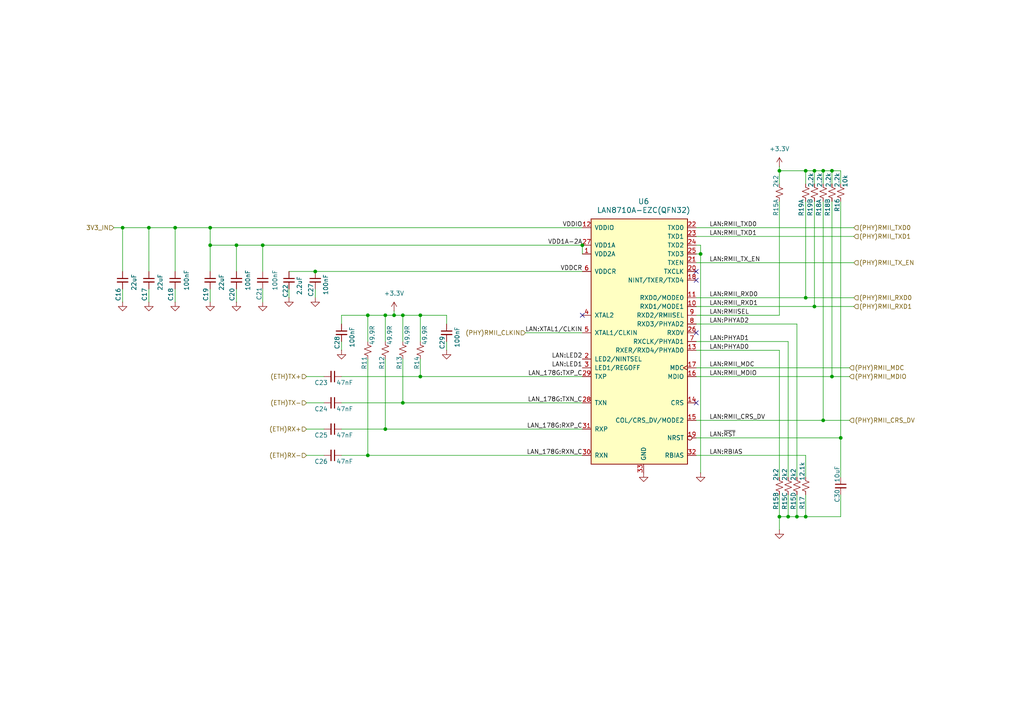
<source format=kicad_sch>
(kicad_sch (version 20231120) (generator "eeschema") (generator_version "8.0")
  (paper "A4")
  (lib_symbols
    (symbol "Device:C_Small" (pin_numbers hide) (pin_names (offset 0.254) hide)
      (property "Reference" "C" (at 0.254 1.778 0))
      (property "Value" "C_Small" (at 0.254 -2.032 0))
      (symbol "C_Small_0_1"
        (polyline (pts (xy -1.524 -0.508) (xy 1.524 -0.508)) (stroke (width 0.3302)))
        (polyline (pts (xy -1.524 0.508) (xy 1.524 0.508)) (stroke (width 0.3048)))
      )
      (symbol "C_Small_1_1"
        (pin passive line (at 0 2.54 270) (length 2.032) (name "~") (number "1"))
        (pin passive line (at 0 -2.54 90) (length 2.032) (name "~") (number "2"))
      )
    )
    (symbol "Device:R_Small_US" (pin_numbers hide) (pin_names (offset 0.254) hide)
      (property "Reference" "R" (at 0.762 0.508 0))
      (property "Value" "R_Small_US" (at 0.762 -1.016 0))
      (symbol "R_Small_US_1_1"
        (polyline (pts (xy 0 0) (xy 1.016 -0.381) (xy 0 -0.762) (xy -1.016 -1.143) (xy 0 -1.524)))
        (polyline (pts (xy 0 1.524) (xy 1.016 1.143) (xy 0 0.762) (xy -1.016 0.381) (xy 0 0)))
        (pin passive line (at 0 2.54 270) (length 1.016) (name "~") (number "1"))
        (pin passive line (at 0 -2.54 90) (length 1.016) (name "~") (number "2"))
      )
    )
    (symbol "ESP32-EVB_Rev_K1:LAN8710A-EZC(QFN32)" (pin_names (offset 1.016))
      (property "Reference" "U6" (at 0 40.64 0))
      (property "Value" "LAN8710A-EZC(QFN32)" (at 0 38.1 0))
      (symbol "LAN8710A-EZC(QFN32)_0_1"
        (rectangle (start -15.24 35.56) (end 12.7 -35.56) (stroke (width 0.254)) (fill (type background)))
      )
      (symbol "LAN8710A-EZC(QFN32)_1_1"
        (pin power_in line (at -17.78 25.4 0) (length 2.4892) (name "VDD2A") (number "1"))
        (pin bidirectional line (at 15.24 10.16 180) (length 2.4892) (name "RXD1/MODE1") (number "10"))
        (pin bidirectional line (at 15.24 12.7 180) (length 2.4892) (name "RXD0/MODE0") (number "11"))
        (pin power_in line (at -17.78 33.02 0) (length 2.4892) (name "VDDIO") (number "12"))
        (pin bidirectional line (at 15.24 -2.54 180) (length 2.4892) (name "RXER/RXD4/PHYAD0") (number "13"))
        (pin output line (at 15.24 -17.78 180) (length 2.4892) (name "CRS") (number "14"))
        (pin bidirectional line (at 15.24 -22.86 180) (length 2.4892) (name "COL/CRS_DV/MODE2") (number "15"))
        (pin bidirectional line (at 15.24 -10.16 180) (length 2.4892) (name "MDIO") (number "16"))
        (pin input clock (at 15.24 -7.62 180) (length 2.4892) (name "MDC") (number "17"))
        (pin bidirectional line (at 15.24 17.78 180) (length 2.4892) (name "NINT/TXER/TXD4") (number "18"))
        (pin input inverted (at 15.24 -27.94 180) (length 2.4892) (name "NRST") (number "19"))
        (pin bidirectional line (at -17.78 -5.08 0) (length 2.4892) (name "LED2/NINTSEL") (number "2"))
        (pin output line (at 15.24 20.32 180) (length 2.4892) (name "TXCLK") (number "20"))
        (pin input line (at 15.24 22.86 180) (length 2.4892) (name "TXEN") (number "21"))
        (pin input line (at 15.24 33.02 180) (length 2.4892) (name "TXD0") (number "22"))
        (pin input line (at 15.24 30.48 180) (length 2.4892) (name "TXD1") (number "23"))
        (pin input line (at 15.24 27.94 180) (length 2.4892) (name "TXD2") (number "24"))
        (pin input line (at 15.24 25.4 180) (length 2.4892) (name "TXD3") (number "25"))
        (pin output line (at 15.24 2.54 180) (length 2.4892) (name "RXDV") (number "26"))
        (pin power_in line (at -17.78 27.94 0) (length 2.4892) (name "VDD1A") (number "27"))
        (pin output line (at -17.78 -17.78 0) (length 2.4892) (name "TXN") (number "28"))
        (pin output line (at -17.78 -10.16 0) (length 2.4892) (name "TXP") (number "29"))
        (pin bidirectional line (at -17.78 -7.62 0) (length 2.4892) (name "LED1/REGOFF") (number "3"))
        (pin input line (at -17.78 -33.02 0) (length 2.4892) (name "RXN") (number "30"))
        (pin input line (at -17.78 -25.4 0) (length 2.4892) (name "RXP") (number "31"))
        (pin input line (at 15.24 -33.02 180) (length 2.4892) (name "RBIAS") (number "32"))
        (pin power_in line (at 0 -38.1 90) (length 2.4892) (name "GND") (number "33"))
        (pin output line (at -17.78 7.62 0) (length 2.4892) (name "XTAL2") (number "4"))
        (pin input line (at -17.78 2.54 0) (length 2.4892) (name "XTAL1/CLKIN") (number "5"))
        (pin power_in line (at -17.78 20.32 0) (length 2.4892) (name "VDDCR") (number "6"))
        (pin bidirectional line (at 15.24 0 180) (length 2.4892) (name "RXCLK/PHYAD1") (number "7"))
        (pin bidirectional line (at 15.24 5.08 180) (length 2.4892) (name "RXD3/PHYAD2") (number "8"))
        (pin bidirectional line (at 15.24 7.62 180) (length 2.4892) (name "RXD2/RMIISEL") (number "9"))
      )
    )
    (symbol "power:+3.3V" (power) (pin_numbers hide) (pin_names (offset 0) hide)
      (property "Value" "+3.3V" (at 0 3.556 0))
      (symbol "+3.3V_0_1"
        (polyline (pts (xy -0.762 1.27) (xy 0 2.54)))
        (polyline (pts (xy 0 0) (xy 0 2.54)))
        (polyline (pts (xy 0 2.54) (xy 0.762 1.27)))
      )
      (symbol "+3.3V_1_1"
        (pin power_in line (at 0 0 90) (length 0) (name "~") (number "1"))
      )
    )
    (symbol "power:GND" (power) (pin_numbers hide) (pin_names (offset 0) hide)
      (property "Value" "GND" (at 0 -3.81 0))
      (symbol "GND_0_1"
        (polyline (pts (xy 0 0) (xy 0 -1.27) (xy 1.27 -1.27) (xy 0 -2.54) (xy -1.27 -1.27) (xy 0 -1.27)))
      )
      (symbol "GND_1_1"
        (pin power_in line (at 0 0 270) (length 0) (name "~") (number "1"))
      )
    )
    (symbol "tlmModule:R_Pack_2_US" (pin_numbers hide) (pin_names (offset 0.254) hide)
      (property "Reference" "R" (at 0.762 0.508 0))
      (property "Value" "R_Pack_2_US" (at 0.762 -1.016 0))
      (symbol "R_Pack_2_US_1_1"
        (polyline (pts (xy 0 0) (xy 1.016 -0.381) (xy 0 -0.762) (xy -1.016 -1.143) (xy 0 -1.524)))
        (polyline (pts (xy 0 1.524) (xy 1.016 1.143) (xy 0 0.762) (xy -1.016 0.381) (xy 0 0)))
        (pin passive line (at 0 2.54 270) (length 1.016) (name "~") (number "1"))
        (pin passive line (at 0 -2.54 90) (length 1.016) (name "~") (number "2"))
      )
      (symbol "R_Pack_2_US_2_1"
        (polyline (pts (xy 0 0) (xy 1.016 -0.381) (xy 0 -0.762) (xy -1.016 -1.143) (xy 0 -1.524)))
        (polyline (pts (xy 0 1.524) (xy 1.016 1.143) (xy 0 0.762) (xy -1.016 0.381) (xy 0 0)))
        (pin passive line (at 0 2.54 270) (length 1.016) (name "~") (number "3"))
        (pin passive line (at 0 -2.54 90) (length 1.016) (name "~") (number "4"))
      )
    )
    (symbol "tlmModule:R_Pack_4_US" (pin_numbers hide) (pin_names (offset 0.254) hide)
      (property "Reference" "R" (at 0.762 0.508 0))
      (property "Value" "R_Pack_4_US" (at 0.762 -1.016 0))
      (symbol "R_Pack_4_US_1_1"
        (polyline (pts (xy 0 0) (xy 1.016 -0.381) (xy 0 -0.762) (xy -1.016 -1.143) (xy 0 -1.524)))
        (polyline (pts (xy 0 1.524) (xy 1.016 1.143) (xy 0 0.762) (xy -1.016 0.381) (xy 0 0)))
        (pin passive line (at 0 2.54 270) (length 1.016) (name "~") (number "1"))
        (pin passive line (at 0 -2.54 90) (length 1.016) (name "~") (number "2"))
      )
      (symbol "R_Pack_4_US_2_1"
        (polyline (pts (xy 0 0) (xy 1.016 -0.381) (xy 0 -0.762) (xy -1.016 -1.143) (xy 0 -1.524)))
        (polyline (pts (xy 0 1.524) (xy 1.016 1.143) (xy 0 0.762) (xy -1.016 0.381) (xy 0 0)))
        (pin passive line (at 0 2.54 270) (length 1.016) (name "~") (number "3"))
        (pin passive line (at 0 -2.54 90) (length 1.016) (name "~") (number "4"))
      )
      (symbol "R_Pack_4_US_3_1"
        (polyline (pts (xy 0 0) (xy 1.016 -0.381) (xy 0 -0.762) (xy -1.016 -1.143) (xy 0 -1.524)))
        (polyline (pts (xy 0 1.524) (xy 1.016 1.143) (xy 0 0.762) (xy -1.016 0.381) (xy 0 0)))
        (pin passive line (at 0 2.54 270) (length 1.016) (name "~") (number "5"))
        (pin passive line (at 0 -2.54 90) (length 1.016) (name "~") (number "6"))
      )
      (symbol "R_Pack_4_US_4_1"
        (polyline (pts (xy 0 0) (xy 1.016 -0.381) (xy 0 -0.762) (xy -1.016 -1.143) (xy 0 -1.524)))
        (polyline (pts (xy 0 1.524) (xy 1.016 1.143) (xy 0 0.762) (xy -1.016 0.381) (xy 0 0)))
        (pin passive line (at 0 2.54 270) (length 1.016) (name "~") (number "7"))
        (pin passive line (at 0 -2.54 90) (length 1.016) (name "~") (number "8"))
      )
    )
  )
  (junction (at 236.22 49.53))
  (junction (at 121.92 109.22))
  (junction (at 228.6 149.86))
  (junction (at 91.44 78.74))
  (junction (at 106.68 91.44))
  (junction (at 116.84 116.84))
  (junction (at 241.3 49.53))
  (junction (at 231.14 149.86))
  (junction (at 226.06 149.86))
  (junction (at 233.68 86.36))
  (junction (at 106.68 132.08))
  (junction (at 60.96 71.12))
  (junction (at 114.3 91.44))
  (junction (at 111.76 124.46))
  (junction (at 121.92 91.44))
  (junction (at 238.76 49.53))
  (junction (at 111.76 91.44))
  (junction (at 116.84 91.44))
  (junction (at 60.96 66.04))
  (junction (at 243.84 127))
  (junction (at 168.91 71.12))
  (junction (at 35.56 66.04))
  (junction (at 50.8 66.04))
  (junction (at 236.22 88.9))
  (junction (at 76.2 71.12))
  (junction (at 43.18 66.04))
  (junction (at 233.68 149.86))
  (junction (at 241.3 109.22))
  (junction (at 233.68 49.53))
  (junction (at 68.58 71.12))
  (junction (at 203.2 73.66))
  (junction (at 238.76 121.92))
  (junction (at 226.06 49.53))
  (no_connect (at 201.93 81.28))
  (no_connect (at 201.93 96.52))
  (no_connect (at 201.93 116.84))
  (no_connect (at 201.93 78.74))
  (no_connect (at 168.91 91.44))
  (wire (pts (xy 201.93 66.04) (xy 247.65 66.04)))
  (wire (pts (xy 236.22 88.9) (xy 247.65 88.9)))
  (wire (pts (xy 50.8 66.04) (xy 60.96 66.04)))
  (wire (pts (xy 243.84 149.86) (xy 233.68 149.86)))
  (wire (pts (xy 233.68 132.08) (xy 233.68 138.43)))
  (wire (pts (xy 201.93 76.2) (xy 247.65 76.2)))
  (wire (pts (xy 201.93 88.9) (xy 236.22 88.9)))
  (wire (pts (xy 233.68 53.34) (xy 233.68 49.53)))
  (wire (pts (xy 43.18 87.63) (xy 43.18 83.82)))
  (wire (pts (xy 60.96 66.04) (xy 168.91 66.04)))
  (wire (pts (xy 50.8 78.74) (xy 50.8 66.04)))
  (wire (pts (xy 233.68 86.36) (xy 247.65 86.36)))
  (wire (pts (xy 201.93 101.6) (xy 226.06 101.6)))
  (wire (pts (xy 99.06 109.22) (xy 121.92 109.22)))
  (wire (pts (xy 201.93 91.44) (xy 226.06 91.44)))
  (wire (pts (xy 231.14 138.43) (xy 231.14 93.98)))
  (wire (pts (xy 226.06 149.86) (xy 226.06 143.51)))
  (wire (pts (xy 43.18 66.04) (xy 50.8 66.04)))
  (wire (pts (xy 106.68 132.08) (xy 168.91 132.08)))
  (wire (pts (xy 111.76 99.06) (xy 111.76 91.44)))
  (wire (pts (xy 201.93 121.92) (xy 238.76 121.92)))
  (wire (pts (xy 236.22 58.42) (xy 236.22 88.9)))
  (wire (pts (xy 203.2 71.12) (xy 203.2 73.66)))
  (wire (pts (xy 60.96 87.63) (xy 60.96 83.82)))
  (wire (pts (xy 201.93 71.12) (xy 203.2 71.12)))
  (wire (pts (xy 243.84 138.43) (xy 243.84 127)))
  (wire (pts (xy 99.06 124.46) (xy 111.76 124.46)))
  (wire (pts (xy 241.3 53.34) (xy 241.3 49.53)))
  (wire (pts (xy 241.3 49.53) (xy 238.76 49.53)))
  (wire (pts (xy 114.3 91.44) (xy 111.76 91.44)))
  (wire (pts (xy 35.56 87.63) (xy 35.56 83.82)))
  (wire (pts (xy 35.56 78.74) (xy 35.56 66.04)))
  (wire (pts (xy 99.06 132.08) (xy 106.68 132.08)))
  (wire (pts (xy 116.84 91.44) (xy 121.92 91.44)))
  (wire (pts (xy 116.84 116.84) (xy 168.91 116.84)))
  (wire (pts (xy 201.93 127) (xy 243.84 127)))
  (wire (pts (xy 60.96 71.12) (xy 68.58 71.12)))
  (wire (pts (xy 201.93 86.36) (xy 233.68 86.36)))
  (wire (pts (xy 88.9 132.08) (xy 93.98 132.08)))
  (wire (pts (xy 201.93 132.08) (xy 233.68 132.08)))
  (wire (pts (xy 121.92 99.06) (xy 121.92 91.44)))
  (wire (pts (xy 228.6 138.43) (xy 228.6 99.06)))
  (wire (pts (xy 238.76 58.42) (xy 238.76 121.92)))
  (wire (pts (xy 233.68 143.51) (xy 233.68 149.86)))
  (wire (pts (xy 50.8 87.63) (xy 50.8 83.82)))
  (wire (pts (xy 238.76 49.53) (xy 236.22 49.53)))
  (wire (pts (xy 116.84 104.14) (xy 116.84 116.84)))
  (wire (pts (xy 76.2 87.63) (xy 76.2 83.82)))
  (wire (pts (xy 243.84 53.34) (xy 243.84 49.53)))
  (wire (pts (xy 116.84 91.44) (xy 116.84 99.06)))
  (wire (pts (xy 111.76 91.44) (xy 106.68 91.44)))
  (wire (pts (xy 35.56 66.04) (xy 43.18 66.04)))
  (wire (pts (xy 99.06 101.6) (xy 99.06 99.06)))
  (wire (pts (xy 91.44 78.74) (xy 168.91 78.74)))
  (wire (pts (xy 152.4 96.52) (xy 168.91 96.52)))
  (wire (pts (xy 76.2 71.12) (xy 168.91 71.12)))
  (wire (pts (xy 60.96 78.74) (xy 60.96 71.12)))
  (wire (pts (xy 106.68 99.06) (xy 106.68 91.44)))
  (wire (pts (xy 91.44 86.36) (xy 91.44 83.82)))
  (wire (pts (xy 228.6 143.51) (xy 228.6 149.86)))
  (wire (pts (xy 226.06 153.67) (xy 226.06 149.86)))
  (wire (pts (xy 231.14 149.86) (xy 233.68 149.86)))
  (wire (pts (xy 236.22 53.34) (xy 236.22 49.53)))
  (wire (pts (xy 238.76 121.92) (xy 246.38 121.92)))
  (wire (pts (xy 76.2 78.74) (xy 76.2 71.12)))
  (wire (pts (xy 201.93 99.06) (xy 228.6 99.06)))
  (wire (pts (xy 226.06 48.26) (xy 226.06 49.53)))
  (wire (pts (xy 111.76 104.14) (xy 111.76 124.46)))
  (wire (pts (xy 106.68 104.14) (xy 106.68 132.08)))
  (wire (pts (xy 43.18 78.74) (xy 43.18 66.04)))
  (wire (pts (xy 226.06 58.42) (xy 226.06 91.44)))
  (wire (pts (xy 236.22 49.53) (xy 233.68 49.53)))
  (wire (pts (xy 203.2 73.66) (xy 203.2 137.16)))
  (wire (pts (xy 231.14 149.86) (xy 228.6 149.86)))
  (wire (pts (xy 201.93 93.98) (xy 231.14 93.98)))
  (wire (pts (xy 68.58 87.63) (xy 68.58 83.82)))
  (wire (pts (xy 201.93 106.68) (xy 246.38 106.68)))
  (wire (pts (xy 83.82 86.36) (xy 83.82 83.82)))
  (wire (pts (xy 68.58 78.74) (xy 68.58 71.12)))
  (wire (pts (xy 226.06 49.53) (xy 233.68 49.53)))
  (wire (pts (xy 168.91 73.66) (xy 168.91 71.12)))
  (wire (pts (xy 129.54 101.6) (xy 129.54 99.06)))
  (wire (pts (xy 241.3 58.42) (xy 241.3 109.22)))
  (wire (pts (xy 88.9 116.84) (xy 93.98 116.84)))
  (wire (pts (xy 243.84 58.42) (xy 243.84 127)))
  (wire (pts (xy 226.06 49.53) (xy 226.06 53.34)))
  (wire (pts (xy 111.76 124.46) (xy 168.91 124.46)))
  (wire (pts (xy 121.92 109.22) (xy 168.91 109.22)))
  (wire (pts (xy 201.93 109.22) (xy 241.3 109.22)))
  (wire (pts (xy 60.96 66.04) (xy 60.96 71.12)))
  (wire (pts (xy 228.6 149.86) (xy 226.06 149.86)))
  (wire (pts (xy 88.9 124.46) (xy 93.98 124.46)))
  (wire (pts (xy 129.54 91.44) (xy 121.92 91.44)))
  (wire (pts (xy 114.3 90.17) (xy 114.3 91.44)))
  (wire (pts (xy 241.3 109.22) (xy 246.38 109.22)))
  (wire (pts (xy 243.84 143.51) (xy 243.84 149.86)))
  (wire (pts (xy 201.93 68.58) (xy 247.65 68.58)))
  (wire (pts (xy 99.06 93.98) (xy 99.06 91.44)))
  (wire (pts (xy 243.84 49.53) (xy 241.3 49.53)))
  (wire (pts (xy 201.93 73.66) (xy 203.2 73.66)))
  (wire (pts (xy 231.14 143.51) (xy 231.14 149.86)))
  (wire (pts (xy 129.54 93.98) (xy 129.54 91.44)))
  (wire (pts (xy 114.3 91.44) (xy 116.84 91.44)))
  (wire (pts (xy 99.06 91.44) (xy 106.68 91.44)))
  (wire (pts (xy 233.68 58.42) (xy 233.68 86.36)))
  (wire (pts (xy 68.58 71.12) (xy 76.2 71.12)))
  (wire (pts (xy 226.06 101.6) (xy 226.06 138.43)))
  (wire (pts (xy 88.9 109.22) (xy 93.98 109.22)))
  (wire (pts (xy 238.76 53.34) (xy 238.76 49.53)))
  (wire (pts (xy 121.92 104.14) (xy 121.92 109.22)))
  (wire (pts (xy 33.02 66.04) (xy 35.56 66.04)))
  (wire (pts (xy 99.06 116.84) (xy 116.84 116.84)))
  (wire (pts (xy 83.82 78.74) (xy 91.44 78.74)))
  (label "LAN:PHYAD2" (at 205.74 93.98 0))
  (label "LAN:PHYAD1" (at 205.74 99.06 0))
  (label "VDDIO" (at 168.91 66.04 180))
  (label "LAN_178G:RXN_C" (at 168.91 132.08 180))
  (label "LAN:RMII_TXD1" (at 205.74 68.58 0))
  (label "LAN:RMII_MDIO" (at 205.74 109.22 0))
  (label "LAN:RMII_TX_EN" (at 205.74 76.2 0))
  (label "LAN:RMII_MDC" (at 205.74 106.68 0))
  (label "LAN:RMII_CRS_DV" (at 205.74 121.92 0))
  (label "LAN:RMII_TXD0" (at 205.74 66.04 0))
  (label "LAN:~{RST}" (at 205.74 127 0))
  (label "LAN:RBIAS" (at 205.74 132.08 0))
  (label "LAN_178G:TXP_C" (at 168.91 109.22 180))
  (label "LAN:RMII_RXD0" (at 205.74 86.36 0))
  (label "LAN:RMII_RXD1" (at 205.74 88.9 0))
  (label "LAN:RMIISEL" (at 205.74 91.44 0))
  (label "LAN:LED1" (at 168.91 106.68 180))
  (label "LAN:XTAL1{slash}CLKIN" (at 168.91 96.52 180))
  (label "LAN:PHYAD0" (at 205.74 101.6 0))
  (label "LAN:LED2" (at 168.91 104.14 180))
  (label "VDD1A-2A" (at 168.91 71.12 180))
  (label "VDDCR" (at 168.91 78.74 180))
  (label "LAN_178G:RXP_C" (at 168.91 124.46 180))
  (label "LAN_178G:TXN_C" (at 168.91 116.84 180))
  (hierarchical_label "(ETH)RX+" (shape input) (at 88.9 124.46 180))
  (hierarchical_label "(ETH)RX-" (shape input) (at 88.9 132.08 180))
  (hierarchical_label "3V3_IN" (shape input) (at 33.02 66.04 180))
  (hierarchical_label "(ETH)TX+" (shape input) (at 88.9 109.22 180))
  (hierarchical_label "(PHY)RMII_TXD1" (shape input) (at 247.65 68.58 0))
  (hierarchical_label "(PHY)RMII_TXD0" (shape input) (at 247.65 66.04 0))
  (hierarchical_label "(PHY)RMII_MDC" (shape input) (at 246.38 106.68 0))
  (hierarchical_label "(PHY)RMII_RXD0" (shape input) (at 247.65 86.36 0))
  (hierarchical_label "(PHY)RMII_RXD1" (shape input) (at 247.65 88.9 0))
  (hierarchical_label "(ETH)TX-" (shape input) (at 88.9 116.84 180))
  (hierarchical_label "(PHY)RMII_MDIO" (shape input) (at 246.38 109.22 0))
  (hierarchical_label "(PHY)RMII_CRS_DV" (shape input) (at 246.38 121.92 0))
  (hierarchical_label "(PHY)RMII_TX_EN" (shape input) (at 247.65 76.2 0))
  (hierarchical_label "(PHY)RMII_CLKIN" (shape input) (at 152.4 96.52 180))
  (symbol (lib_id "power:GND") (at 43.18 87.63 0) (unit 1)
    (property "Reference" "#PWR031" (effects (hide yes)))
    (property "Value" "GND" (effects (hide yes)))
    (property "Description" "Power symbol creates a global label with name \"GND\" , ground" (effects (hide yes)))
  )
  (symbol (lib_id "tlmModule:R_Pack_2_US") (at 238.76 55.88 0) (unit 1)
    (property "Reference" "R18" (at 237.49 62.738 90) (effects (justify left)))
    (property "Value" "2.2k" (at 240.284 54.356 90) (effects (justify left)))
    (property "Description" "Resistor, small US symbol" (effects (hide yes)))
  )
  (symbol (lib_id "Device:R_Small_US") (at 233.68 140.97 0) (unit 1)
    (property "Reference" "R17" (at 232.664 147.828 90) (effects (justify left)))
    (property "Value" "12.1k" (at 232.664 139.446 90) (effects (justify left)))
    (property "Description" "Resistor, small US symbol" (effects (hide yes)))
  )
  (symbol (lib_id "power:GND") (at 60.96 87.63 0) (unit 1)
    (property "Reference" "#PWR033" (effects (hide yes)))
    (property "Value" "GND" (effects (hide yes)))
    (property "Description" "Power symbol creates a global label with name \"GND\" , ground" (effects (hide yes)))
  )
  (symbol (lib_id "power:GND") (at 91.44 86.36 0) (unit 1)
    (property "Reference" "#PWR037" (effects (hide yes)))
    (property "Value" "GND" (effects (hide yes)))
    (property "Description" "Power symbol creates a global label with name \"GND\" , ground" (effects (hide yes)))
  )
  (symbol (lib_id "Device:R_Small_US") (at 121.92 101.6 0) (unit 1)
    (property "Reference" "R14" (at 120.904 107.188 90) (effects (justify left)))
    (property "Value" "49.9R" (at 123.19 100.076 90) (effects (justify left)))
    (property "Description" "Resistor, small US symbol" (effects (hide yes)))
  )
  (symbol (lib_id "power:GND") (at 76.2 87.63 0) (unit 1)
    (property "Reference" "#PWR035" (effects (hide yes)))
    (property "Value" "GND" (effects (hide yes)))
    (property "Description" "Power symbol creates a global label with name \"GND\" , ground" (effects (hide yes)))
  )
  (symbol (lib_id "Device:C_Small") (at 96.52 124.46 270) (mirror x) (unit 1)
    (property "Reference" "C25" (at 91.186 126.238 90) (effects (justify left)))
    (property "Value" "47nF" (at 97.536 126.238 90) (effects (justify left)))
    (property "Description" "Unpolarized capacitor, small symbol" (effects (hide yes)))
  )
  (symbol (lib_id "power:GND") (at 99.06 101.6 0) (unit 1)
    (property "Reference" "#PWR038" (effects (hide yes)))
    (property "Value" "GND" (effects (hide yes)))
    (property "Description" "Power symbol creates a global label with name \"GND\" , ground" (effects (hide yes)))
  )
  (symbol (lib_id "tlmModule:R_Pack_2_US") (at 236.22 55.88 0) (unit 2)
    (property "Reference" "R19" (at 234.95 62.738 90) (effects (justify left)))
    (property "Value" "2.2k" (at 237.744 54.356 90) (effects (justify left)))
    (property "Description" "Resistor, small US symbol" (effects (hide yes)))
  )
  (symbol (lib_id "power:GND") (at 68.58 87.63 0) (unit 1)
    (property "Reference" "#PWR034" (effects (hide yes)))
    (property "Value" "GND" (effects (hide yes)))
    (property "Description" "Power symbol creates a global label with name \"GND\" , ground" (effects (hide yes)))
  )
  (symbol (lib_id "Device:R_Small_US") (at 116.84 101.6 0) (unit 1)
    (property "Reference" "R13" (at 115.824 107.188 90) (effects (justify left)))
    (property "Value" "49.9R" (at 118.11 100.076 90) (effects (justify left)))
    (property "Description" "Resistor, small US symbol" (effects (hide yes)))
  )
  (symbol (lib_id "tlmModule:R_Pack_2_US") (at 233.68 55.88 0) (unit 1)
    (property "Reference" "R19" (at 232.41 62.738 90) (effects (justify left)))
    (property "Value" "2.2k" (at 235.204 54.356 90) (effects (justify left)))
    (property "Description" "Resistor, small US symbol" (effects (hide yes)))
  )
  (symbol (lib_id "power:GND") (at 83.82 86.36 0) (unit 1)
    (property "Reference" "#PWR036" (effects (hide yes)))
    (property "Value" "GND" (effects (hide yes)))
    (property "Description" "Power symbol creates a global label with name \"GND\" , ground" (effects (hide yes)))
  )
  (symbol (lib_id "Device:R_Small_US") (at 106.68 101.6 0) (unit 1)
    (property "Reference" "R11" (at 105.664 107.188 90) (effects (justify left)))
    (property "Value" "49.9R" (at 107.95 100.076 90) (effects (justify left)))
    (property "Description" "Resistor, small US symbol" (effects (hide yes)))
  )
  (symbol (lib_id "Device:C_Small") (at 96.52 116.84 270) (mirror x) (unit 1)
    (property "Reference" "C24" (at 91.186 118.618 90) (effects (justify left)))
    (property "Value" "47nF" (at 97.536 118.618 90) (effects (justify left)))
    (property "Description" "Unpolarized capacitor, small symbol" (effects (hide yes)))
  )
  (symbol (lib_id "Device:R_Small_US") (at 111.76 101.6 0) (unit 1)
    (property "Reference" "R12" (at 110.744 107.188 90) (effects (justify left)))
    (property "Value" "49.9R" (at 113.03 100.076 90) (effects (justify left)))
    (property "Description" "Resistor, small US symbol" (effects (hide yes)))
  )
  (symbol (lib_id "Device:C_Small") (at 96.52 109.22 270) (mirror x) (unit 1)
    (property "Reference" "C23" (at 91.186 110.998 90) (effects (justify left)))
    (property "Value" "47nF" (at 97.536 110.998 90) (effects (justify left)))
    (property "Description" "Unpolarized capacitor, small symbol" (effects (hide yes)))
  )
  (symbol (lib_id "ESP32-EVB_Rev_K1:LAN8710A-EZC(QFN32)") (at 186.69 99.06 0) (unit 1)
    (property "Reference" "U6" (at 186.69 58.42 0) (effects (font (size 1.524 1.524))))
    (property "Value" "LAN8710A-EZC(QFN32)" (at 186.69 60.96 0) (effects (font (size 1.524 1.524))))
    (property "Datasheet" "https://ww1.microchip.com/downloads/en/DeviceDoc/00002164B.pdf" (effects (hide yes)))
  )
  (symbol (lib_id "Device:R_Small_US") (at 243.84 55.88 0) (unit 1)
    (property "Reference" "R16" (at 242.824 61.468 90) (effects (justify left)))
    (property "Value" "10k" (at 245.11 54.356 90) (effects (justify left)))
    (property "Description" "Resistor, small US symbol" (effects (hide yes)))
  )
  (symbol (lib_id "power:GND") (at 129.54 101.6 0) (unit 1)
    (property "Reference" "#PWR040" (effects (hide yes)))
    (property "Value" "GND" (effects (hide yes)))
    (property "Description" "Power symbol creates a global label with name \"GND\" , ground" (effects (hide yes)))
  )
  (symbol (lib_id "Device:C_Small") (at 243.84 140.97 0) (unit 1)
    (property "Reference" "C30" (at 242.824 145.796 90) (effects (justify left)))
    (property "Value" "10uF" (at 242.824 139.954 90) (effects (justify left)))
    (property "Description" "Unpolarized capacitor, small symbol" (effects (hide yes)))
  )
  (symbol (lib_id "power:GND") (at 226.06 153.67 0) (unit 1)
    (property "Reference" "#PWR045" (effects (hide yes)))
    (property "Value" "GND" (effects (hide yes)))
    (property "Description" "Power symbol creates a global label with name \"GND\" , ground" (effects (hide yes)))
  )
  (symbol (lib_id "Device:C_Small") (at 91.44 81.28 0) (unit 1)
    (property "Reference" "C27" (at 90.17 86.106 90) (effects (justify left)))
    (property "Value" "100nF" (at 94.488 85.598 90) (effects (justify left)))
    (property "Description" "Unpolarized capacitor, small symbol" (effects (hide yes)))
  )
  (symbol (lib_id "power:GND") (at 35.56 87.63 0) (unit 1)
    (property "Reference" "#PWR030" (effects (hide yes)))
    (property "Value" "GND" (effects (hide yes)))
    (property "Description" "Power symbol creates a global label with name \"GND\" , ground" (effects (hide yes)))
  )
  (symbol (lib_id "Device:C_Small") (at 96.52 132.08 270) (mirror x) (unit 1)
    (property "Reference" "C26" (at 91.186 133.858 90) (effects (justify left)))
    (property "Value" "47nF" (at 97.536 133.858 90) (effects (justify left)))
    (property "Description" "Unpolarized capacitor, small symbol" (effects (hide yes)))
  )
  (symbol (lib_id "tlmModule:R_Pack_2_US") (at 241.3 55.88 0) (unit 2)
    (property "Reference" "R18" (at 240.03 62.738 90) (effects (justify left)))
    (property "Value" "2.2k" (at 242.824 54.356 90) (effects (justify left)))
    (property "Description" "Resistor, small US symbol" (effects (hide yes)))
  )
  (symbol (lib_id "Device:C_Small") (at 76.2 81.28 0) (unit 1)
    (property "Reference" "C21" (at 75.184 87.122 90) (effects (justify left)))
    (property "Value" "100nF" (at 79.756 84.328 90) (effects (justify left)))
    (property "Description" "Unpolarized capacitor, small symbol" (effects (hide yes)))
  )
  (symbol (lib_id "power:GND") (at 203.2 137.16 0) (unit 1)
    (property "Reference" "#PWR042" (effects (hide yes)))
    (property "Value" "GND" (effects (hide yes)))
    (property "Description" "Power symbol creates a global label with name \"GND\" , ground" (effects (hide yes)))
  )
  (symbol (lib_id "power:GND") (at 50.8 87.63 0) (unit 1)
    (property "Reference" "#PWR032" (effects (hide yes)))
    (property "Value" "GND" (effects (hide yes)))
    (property "Description" "Power symbol creates a global label with name \"GND\" , ground" (effects (hide yes)))
  )
  (symbol (lib_id "Device:C_Small") (at 50.8 81.28 0) (unit 1)
    (property "Reference" "C18" (at 49.53 87.376 90) (effects (justify left)))
    (property "Value" "100nF" (at 54.102 84.328 90) (effects (justify left)))
    (property "Description" "Unpolarized capacitor, small symbol" (effects (hide yes)))
  )
  (symbol (lib_id "tlmModule:R_Pack_4_US") (at 226.06 140.97 180) (unit 2)
    (property "Reference" "R15" (at 225.044 145.288 90))
    (property "Value" "2k2" (at 225.044 137.668 90))
    (property "Description" "Resistor, small US symbol" (effects (hide yes)))
  )
  (symbol (lib_id "power:GND") (at 186.69 137.16 0) (unit 1)
    (property "Reference" "#PWR041" (effects (hide yes)))
    (property "Value" "GND" (effects (hide yes)))
    (property "Description" "Power symbol creates a global label with name \"GND\" , ground" (effects (hide yes)))
  )
  (symbol (lib_id "Device:C_Small") (at 83.82 81.28 0) (unit 1)
    (property "Reference" "C22" (at 82.804 86.36 90) (effects (justify left)))
    (property "Value" "2.2uF" (at 86.868 85.598 90) (effects (justify left)))
    (property "Description" "Unpolarized capacitor, small symbol" (effects (hide yes)))
  )
  (symbol (lib_id "Device:C_Small") (at 35.56 81.28 0) (unit 1)
    (property "Reference" "C16" (at 34.29 87.376 90) (effects (justify left)))
    (property "Value" "22uF" (at 38.862 84.328 90) (effects (justify left)))
    (property "Description" "Unpolarized capacitor, small symbol" (effects (hide yes)))
  )
  (symbol (lib_id "Device:C_Small") (at 129.54 96.52 0) (unit 1)
    (property "Reference" "C29" (at 128.27 101.346 90) (effects (justify left)))
    (property "Value" "100nF" (at 132.588 100.838 90) (effects (justify left)))
    (property "Description" "Unpolarized capacitor, small symbol" (effects (hide yes)))
  )
  (symbol (lib_id "Device:C_Small") (at 68.58 81.28 0) (unit 1)
    (property "Reference" "C20" (at 67.31 87.376 90) (effects (justify left)))
    (property "Value" "100nF" (at 71.882 84.328 90) (effects (justify left)))
    (property "Description" "Unpolarized capacitor, small symbol" (effects (hide yes)))
  )
  (symbol (lib_id "tlmModule:R_Pack_4_US") (at 228.6 140.97 180) (unit 3)
    (property "Reference" "R15" (at 227.584 145.288 90))
    (property "Value" "2k2" (at 227.584 137.668 90))
    (property "Description" "Resistor, small US symbol" (effects (hide yes)))
  )
  (symbol (lib_id "Device:C_Small") (at 43.18 81.28 0) (unit 1)
    (property "Reference" "C17" (at 41.91 87.376 90) (effects (justify left)))
    (property "Value" "22uF" (at 46.482 84.328 90) (effects (justify left)))
    (property "Description" "Unpolarized capacitor, small symbol" (effects (hide yes)))
  )
  (symbol (lib_id "tlmModule:R_Pack_4_US") (at 226.06 55.88 180) (unit 1)
    (property "Reference" "R15" (at 225.044 60.198 90))
    (property "Value" "2k2" (at 225.044 52.578 90))
    (property "Description" "Resistor, small US symbol" (effects (hide yes)))
  )
  (symbol (lib_id "tlmModule:R_Pack_4_US") (at 231.14 140.97 180) (unit 4)
    (property "Reference" "R15" (at 230.124 145.288 90))
    (property "Value" "2k2" (at 230.124 137.668 90))
    (property "Description" "Resistor, small US symbol" (effects (hide yes)))
  )
  (symbol (lib_id "power:+3.3V") (at 114.3 90.17 0) (unit 1)
    (property "Reference" "#PWR039" (effects (hide yes)))
    (property "Value" "+3.3V" (at 114.3 85.09 0))
    (property "Description" "Power symbol creates a global label with name \"+3.3V\"" (effects (hide yes)))
  )
  (symbol (lib_id "Device:C_Small") (at 60.96 81.28 0) (unit 1)
    (property "Reference" "C19" (at 59.69 87.376 90) (effects (justify left)))
    (property "Value" "22uF" (at 64.262 84.328 90) (effects (justify left)))
    (property "Description" "Unpolarized capacitor, small symbol" (effects (hide yes)))
  )
  (symbol (lib_id "power:+3.3V") (at 226.06 48.26 0) (unit 1)
    (property "Reference" "#PWR043" (effects (hide yes)))
    (property "Value" "+3.3V" (at 226.06 43.18 0))
    (property "Description" "Power symbol creates a global label with name \"+3.3V\"" (effects (hide yes)))
  )
  (symbol (lib_id "Device:C_Small") (at 99.06 96.52 0) (unit 1)
    (property "Reference" "C28" (at 97.79 101.346 90) (effects (justify left)))
    (property "Value" "100nF" (at 102.108 100.838 90) (effects (justify left)))
    (property "Description" "Unpolarized capacitor, small symbol" (effects (hide yes)))
  )
)
</source>
